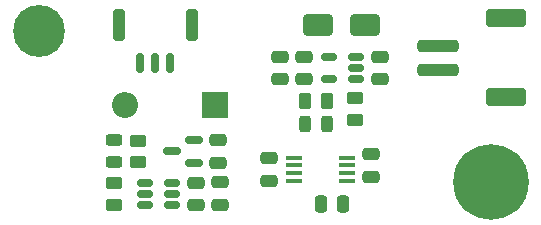
<source format=gts>
G04 #@! TF.GenerationSoftware,KiCad,Pcbnew,8.0.0*
G04 #@! TF.CreationDate,2024-08-05T13:19:55+02:00*
G04 #@! TF.ProjectId,BatteryBridge,42617474-6572-4794-9272-696467652e6b,rev?*
G04 #@! TF.SameCoordinates,Original*
G04 #@! TF.FileFunction,Soldermask,Top*
G04 #@! TF.FilePolarity,Negative*
%FSLAX46Y46*%
G04 Gerber Fmt 4.6, Leading zero omitted, Abs format (unit mm)*
G04 Created by KiCad (PCBNEW 8.0.0) date 2024-08-05 13:19:55*
%MOMM*%
%LPD*%
G01*
G04 APERTURE LIST*
G04 Aperture macros list*
%AMRoundRect*
0 Rectangle with rounded corners*
0 $1 Rounding radius*
0 $2 $3 $4 $5 $6 $7 $8 $9 X,Y pos of 4 corners*
0 Add a 4 corners polygon primitive as box body*
4,1,4,$2,$3,$4,$5,$6,$7,$8,$9,$2,$3,0*
0 Add four circle primitives for the rounded corners*
1,1,$1+$1,$2,$3*
1,1,$1+$1,$4,$5*
1,1,$1+$1,$6,$7*
1,1,$1+$1,$8,$9*
0 Add four rect primitives between the rounded corners*
20,1,$1+$1,$2,$3,$4,$5,0*
20,1,$1+$1,$4,$5,$6,$7,0*
20,1,$1+$1,$6,$7,$8,$9,0*
20,1,$1+$1,$8,$9,$2,$3,0*%
G04 Aperture macros list end*
%ADD10RoundRect,0.250000X-0.475000X0.250000X-0.475000X-0.250000X0.475000X-0.250000X0.475000X0.250000X0*%
%ADD11RoundRect,0.250000X0.475000X-0.250000X0.475000X0.250000X-0.475000X0.250000X-0.475000X-0.250000X0*%
%ADD12RoundRect,0.250000X0.450000X-0.262500X0.450000X0.262500X-0.450000X0.262500X-0.450000X-0.262500X0*%
%ADD13C,0.800000*%
%ADD14C,6.400000*%
%ADD15R,1.425000X0.450000*%
%ADD16RoundRect,0.150000X0.587500X0.150000X-0.587500X0.150000X-0.587500X-0.150000X0.587500X-0.150000X0*%
%ADD17RoundRect,0.250000X-1.000000X-0.650000X1.000000X-0.650000X1.000000X0.650000X-1.000000X0.650000X0*%
%ADD18RoundRect,0.250000X-0.250000X-0.475000X0.250000X-0.475000X0.250000X0.475000X-0.250000X0.475000X0*%
%ADD19R,2.200000X2.200000*%
%ADD20O,2.200000X2.200000*%
%ADD21RoundRect,0.150000X0.150000X0.700000X-0.150000X0.700000X-0.150000X-0.700000X0.150000X-0.700000X0*%
%ADD22RoundRect,0.250000X0.250000X1.100000X-0.250000X1.100000X-0.250000X-1.100000X0.250000X-1.100000X0*%
%ADD23RoundRect,0.250000X1.500000X-0.250000X1.500000X0.250000X-1.500000X0.250000X-1.500000X-0.250000X0*%
%ADD24RoundRect,0.250001X1.449999X-0.499999X1.449999X0.499999X-1.449999X0.499999X-1.449999X-0.499999X0*%
%ADD25RoundRect,0.150000X0.512500X0.150000X-0.512500X0.150000X-0.512500X-0.150000X0.512500X-0.150000X0*%
%ADD26RoundRect,0.243750X0.243750X0.456250X-0.243750X0.456250X-0.243750X-0.456250X0.243750X-0.456250X0*%
%ADD27RoundRect,0.243750X-0.456250X0.243750X-0.456250X-0.243750X0.456250X-0.243750X0.456250X0.243750X0*%
%ADD28C,2.600000*%
%ADD29C,4.400000*%
%ADD30RoundRect,0.250000X-0.262500X-0.450000X0.262500X-0.450000X0.262500X0.450000X-0.262500X0.450000X0*%
%ADD31RoundRect,0.250000X-0.450000X0.262500X-0.450000X-0.262500X0.450000X-0.262500X0.450000X0.262500X0*%
G04 APERTURE END LIST*
D10*
X125350000Y-92810000D03*
X125350000Y-94710000D03*
D11*
X138860000Y-84065000D03*
X138860000Y-82165000D03*
D12*
X116340000Y-94692500D03*
X116340000Y-92867500D03*
D11*
X130430000Y-84075000D03*
X130430000Y-82175000D03*
D10*
X123300000Y-92830000D03*
X123300000Y-94730000D03*
D13*
X145860000Y-92770000D03*
X146562944Y-91072944D03*
X146562944Y-94467056D03*
X148260000Y-90370000D03*
D14*
X148260000Y-92770000D03*
D13*
X148260000Y-95170000D03*
X149957056Y-91072944D03*
X149957056Y-94467056D03*
X150660000Y-92770000D03*
D15*
X136052000Y-92685000D03*
X136052000Y-92035000D03*
X136052000Y-91385000D03*
X136052000Y-90735000D03*
X131628000Y-90735000D03*
X131628000Y-91385000D03*
X131628000Y-92035000D03*
X131628000Y-92685000D03*
D16*
X123135000Y-91150000D03*
X123135000Y-89250000D03*
X121260000Y-90200000D03*
D11*
X138090000Y-92350000D03*
X138090000Y-90450000D03*
D17*
X133632500Y-79512500D03*
X137632500Y-79512500D03*
D18*
X133860000Y-94650000D03*
X135760000Y-94650000D03*
D19*
X124900000Y-86300000D03*
D20*
X117280000Y-86300000D03*
D11*
X129520000Y-92690000D03*
X129520000Y-90790000D03*
D21*
X121100000Y-82680000D03*
X119850000Y-82680000D03*
X118600000Y-82680000D03*
D22*
X122950000Y-79480000D03*
X116750000Y-79480000D03*
D23*
X143760000Y-83260000D03*
X143760000Y-81260000D03*
D24*
X149510000Y-85610000D03*
X149510000Y-78910000D03*
D25*
X136807500Y-84075000D03*
X136807500Y-83125000D03*
X136807500Y-82175000D03*
X134532500Y-82175000D03*
X134532500Y-84075000D03*
D26*
X134407500Y-87892500D03*
X132532500Y-87892500D03*
D12*
X136730000Y-87535000D03*
X136730000Y-85710000D03*
D27*
X116380000Y-89252500D03*
X116380000Y-91127500D03*
D28*
X110000000Y-80000000D03*
D29*
X110000000Y-80000000D03*
D25*
X121297500Y-94732500D03*
X121297500Y-93782500D03*
X121297500Y-92832500D03*
X119022500Y-92832500D03*
X119022500Y-93782500D03*
X119022500Y-94732500D03*
D30*
X132537500Y-85892500D03*
X134362500Y-85892500D03*
D31*
X118390000Y-89287500D03*
X118390000Y-91112500D03*
D11*
X132480000Y-84095000D03*
X132480000Y-82195000D03*
D10*
X125207500Y-89237500D03*
X125207500Y-91137500D03*
M02*

</source>
